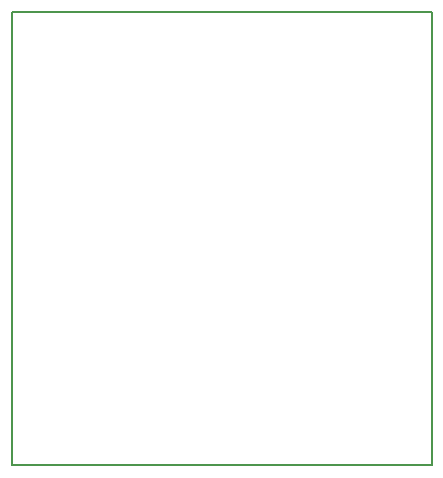
<source format=gbr>
%TF.GenerationSoftware,KiCad,Pcbnew,(6.0.1)*%
%TF.CreationDate,2022-06-16T19:18:00+05:45*%
%TF.ProjectId,Traffic Lights_555 timer,54726166-6669-4632-904c-69676874735f,rev?*%
%TF.SameCoordinates,Original*%
%TF.FileFunction,Profile,NP*%
%FSLAX46Y46*%
G04 Gerber Fmt 4.6, Leading zero omitted, Abs format (unit mm)*
G04 Created by KiCad (PCBNEW (6.0.1)) date 2022-06-16 19:18:00*
%MOMM*%
%LPD*%
G01*
G04 APERTURE LIST*
%TA.AperFunction,Profile*%
%ADD10C,0.200000*%
%TD*%
G04 APERTURE END LIST*
D10*
X15240000Y-15240000D02*
X50800000Y-15240000D01*
X50800000Y-15240000D02*
X50800000Y-53594000D01*
X50800000Y-53594000D02*
X15240000Y-53594000D01*
X15240000Y-53594000D02*
X15240000Y-15240000D01*
M02*

</source>
